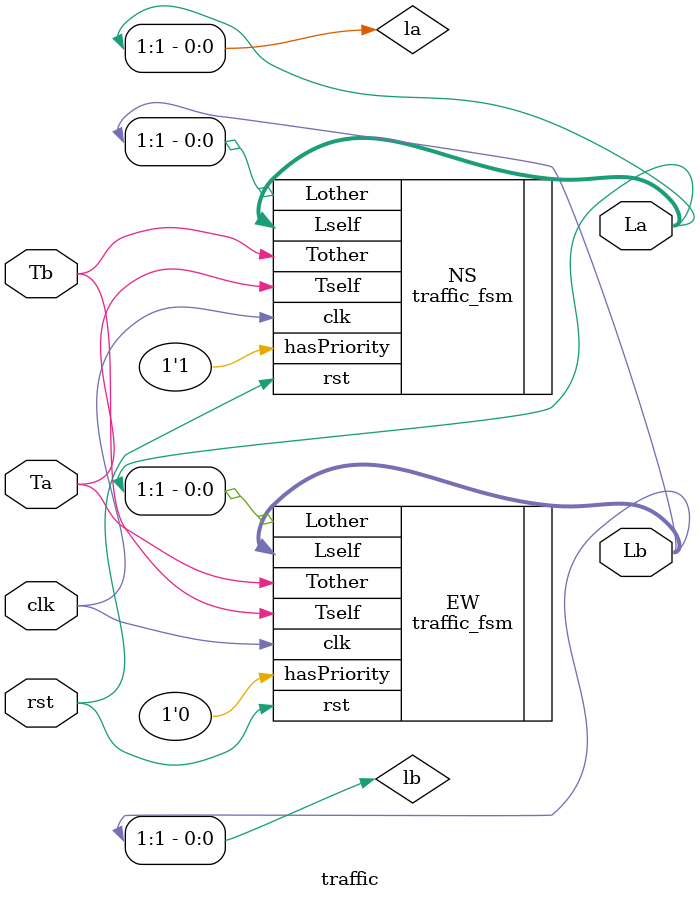
<source format=sv>
module traffic(
   input              clk,
                      rst,
                      Ta,
                      Tb,  // NS traffic present; EW traffic present
   output logic [1:0] La, 
                      Lb   // traffic light NS; traffic signal EW
);

   // map La=0 to green, La=1 to yellow, La=2 to red; same for Lb

   logic la, lb;

   assign la = La[1];
   assign lb = Lb[1];

   traffic_fsm NS(.clk(clk)
                 ,.rst(rst)
                 ,.Tself(Ta)
                 ,.Tother(Tb)
                 ,.Lother(lb)
                 ,.hasPriority(1'b1)
                 ,.Lself(La));

   traffic_fsm EW(.clk(clk)
                 ,.rst(rst)
                 ,.Tself(Tb)
                 ,.Tother(Ta)
                 ,.Lother(la)
                 ,.hasPriority(1'b0)
                 ,.Lself(Lb));


endmodule



</source>
